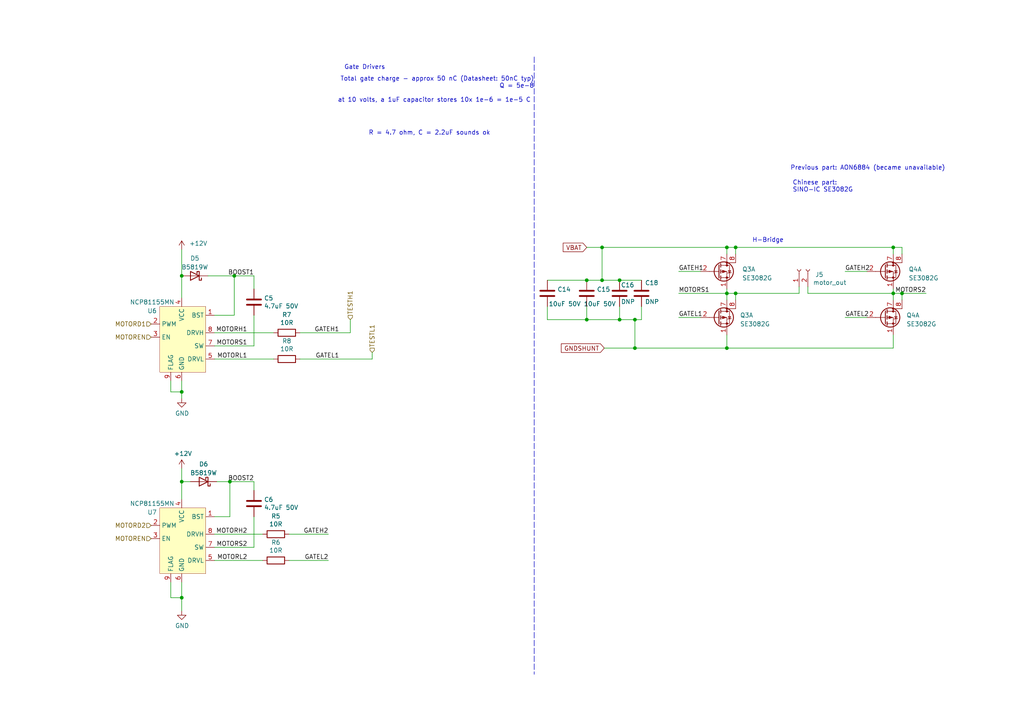
<source format=kicad_sch>
(kicad_sch (version 20210621) (generator eeschema)
  (paper "A4")
  (lib_symbols
    (symbol "Connector:Conn_01x02_Female" (pin_names (offset 1.016) hide)
      (property "Reference" "J" (at 0 2.54 0))
      (property "Value" "Conn_01x02_Female" (at 0 -5.08 0))
      (symbol "Conn_01x02_Female_1_1"
        (arc (start 0 -2.032) (end 0 -3.048) (radius (at 0 -2.54) (length 0.508) (angles 90.1 -90.1)) (stroke (width 0.1524)))
        (arc (start 0 0.508) (end 0 -0.508) (radius (at 0 0) (length 0.508) (angles 90.1 -90.1)) (stroke (width 0.1524)))
        (polyline (pts (xy -1.27 -2.54) (xy -0.508 -2.54)) (stroke (width 0.1524)))
        (polyline (pts (xy -1.27 0) (xy -0.508 0)) (stroke (width 0.1524)))
        (pin passive line (at -5.08 0 0) (length 3.81) (name "Pin_1") (number "1"))
        (pin passive line (at -5.08 -2.54 0) (length 3.81) (name "Pin_2") (number "2"))
      )
    )
    (symbol "Device:C" (pin_numbers hide) (pin_names (offset 0.254))
      (property "Reference" "C" (at 0.635 2.54 0))
      (property "Value" "C" (at 0.635 -2.54 0))
      (symbol "C_0_1"
        (polyline (pts (xy -2.032 -0.762) (xy 2.032 -0.762)) (stroke (width 0.508)))
        (polyline (pts (xy -2.032 0.762) (xy 2.032 0.762)) (stroke (width 0.508)))
      )
      (symbol "C_1_1"
        (pin passive line (at 0 3.81 270) (length 2.794) (name "~") (number "1"))
        (pin passive line (at 0 -3.81 90) (length 2.794) (name "~") (number "2"))
      )
    )
    (symbol "Device:D_Schottky" (pin_numbers hide) (pin_names (offset 1.016) hide)
      (property "Reference" "D" (at 0 2.54 0))
      (property "Value" "D_Schottky" (at 0 -2.54 0))
      (symbol "D_Schottky_0_1"
        (polyline (pts (xy 1.27 0) (xy -1.27 0)))
        (polyline (pts (xy 1.27 1.27) (xy 1.27 -1.27) (xy -1.27 0) (xy 1.27 1.27)) (stroke (width 0.254)))
        (polyline (pts (xy -1.905 0.635) (xy -1.905 1.27) (xy -1.27 1.27) (xy -1.27 -1.27) (xy -0.635 -1.27) (xy -0.635 -0.635)) (stroke (width 0.254)))
      )
      (symbol "D_Schottky_1_1"
        (pin passive line (at -3.81 0 0) (length 2.54) (name "K") (number "1"))
        (pin passive line (at 3.81 0 180) (length 2.54) (name "A") (number "2"))
      )
    )
    (symbol "Device:Q_Dual_PMOS_S1G1S2G2D2D2D1D1" (pin_names (offset 0) hide)
      (property "Reference" "Q" (at 6.35 1.27 0))
      (property "Value" "Q_Dual_PMOS_S1G1S2G2D2D2D1D1" (at 21.59 -1.27 0))
      (symbol "Q_Dual_PMOS_S1G1S2G2D2D2D1D1_0_1"
        (circle (center 1.651 0) (radius 2.794) (stroke (width 0.254)))
        (circle (center 2.54 -1.778) (radius 0.254) (fill (type outline)))
        (circle (center 2.54 1.778) (radius 0.254) (fill (type outline)))
        (circle (center 2.54 2.54) (radius 0.254) (fill (type outline)))
        (rectangle (start 5.08 2.54) (end 2.54 2.54))
        (polyline (pts (xy 0.254 0) (xy -2.54 0)))
        (polyline (pts (xy 0.254 1.905) (xy 0.254 -1.905)) (stroke (width 0.254)))
        (polyline (pts (xy 0.762 -1.27) (xy 0.762 -2.286)) (stroke (width 0.254)))
        (polyline (pts (xy 0.762 0.508) (xy 0.762 -0.508)) (stroke (width 0.254)))
        (polyline (pts (xy 0.762 2.286) (xy 0.762 1.27)) (stroke (width 0.254)))
        (polyline (pts (xy 2.54 2.54) (xy 2.54 1.778)))
        (polyline (pts (xy 2.54 -2.54) (xy 2.54 0) (xy 0.762 0)))
        (polyline (pts (xy 0.762 1.778) (xy 3.302 1.778) (xy 3.302 -1.778) (xy 0.762 -1.778)))
        (polyline (pts (xy 2.794 -0.508) (xy 2.921 -0.381) (xy 3.683 -0.381) (xy 3.81 -0.254)))
        (polyline (pts (xy 3.302 -0.381) (xy 2.921 0.254) (xy 3.683 0.254) (xy 3.302 -0.381)))
        (polyline (pts (xy 2.286 0) (xy 1.27 0.381) (xy 1.27 -0.381) (xy 2.286 0)) (fill (type outline)))
      )
      (symbol "Q_Dual_PMOS_S1G1S2G2D2D2D1D1_1_1"
        (pin passive line (at 2.54 -5.08 90) (length 2.54) (name "S") (number "1"))
        (pin input line (at -5.08 0 0) (length 2.54) (name "G") (number "2"))
        (pin passive line (at 2.54 5.08 270) (length 2.54) (name "D") (number "7"))
        (pin passive line (at 5.08 5.08 270) (length 2.54) (name "G") (number "8"))
      )
      (symbol "Q_Dual_PMOS_S1G1S2G2D2D2D1D1_2_1"
        (pin passive line (at 2.54 -5.08 90) (length 2.54) (name "S") (number "3"))
        (pin input line (at -5.08 0 0) (length 2.54) (name "G") (number "4"))
        (pin passive line (at 2.54 5.08 270) (length 2.54) (name "D") (number "5"))
        (pin passive line (at 5.08 5.08 270) (length 2.54) (name "G") (number "6"))
      )
    )
    (symbol "Device:R" (pin_numbers hide) (pin_names (offset 0))
      (property "Reference" "R" (at 2.032 0 90))
      (property "Value" "R" (at 0 0 90))
      (symbol "R_0_1"
        (rectangle (start -1.016 -2.54) (end 1.016 2.54) (stroke (width 0.254)))
      )
      (symbol "R_1_1"
        (pin passive line (at 0 3.81 270) (length 1.27) (name "~") (number "1"))
        (pin passive line (at 0 -3.81 90) (length 1.27) (name "~") (number "2"))
      )
    )
    (symbol "beetledouble:NCP81155MN"
      (property "Reference" "U" (at 0 0 0))
      (property "Value" "NCP81155MN" (at 0.635 -3.175 0))
      (symbol "NCP81155MN_0_1"
        (rectangle (start -6.35 11.43) (end 6.985 -7.62) (stroke (width 0.001)) (fill (type background)))
      )
      (symbol "NCP81155MN_1_1"
        (pin power_out line (at 9.525 8.89 180) (length 2.54) (name "BST") (number "1"))
        (pin input line (at -8.89 6.35 0) (length 2.54) (name "PWM") (number "2"))
        (pin input line (at -8.89 2.54 0) (length 2.54) (name "EN") (number "3"))
        (pin power_in line (at 0 13.97 270) (length 2.54) (name "VCC") (number "4"))
        (pin output line (at 9.525 -3.81 180) (length 2.54) (name "DRVL") (number "5"))
        (pin power_in line (at 0 -10.16 90) (length 2.54) (name "GND") (number "6"))
        (pin passive line (at 9.525 0 180) (length 2.54) (name "SW") (number "7"))
        (pin output line (at 9.525 3.81 180) (length 2.54) (name "DRVH") (number "8"))
        (pin power_in line (at -3.175 -10.16 90) (length 2.54) (name "FLAG") (number "9"))
      )
    )
    (symbol "power:+12V" (power) (pin_names (offset 0))
      (property "Value" "+12V" (at 0 3.556 0))
      (symbol "+12V_0_1"
        (polyline (pts (xy -0.762 1.27) (xy 0 2.54)))
        (polyline (pts (xy 0 0) (xy 0 2.54)))
        (polyline (pts (xy 0 2.54) (xy 0.762 1.27)))
      )
      (symbol "+12V_1_1"
        (pin power_in line (at 0 0 90) (length 0) hide (name "+12V") (number "1"))
      )
    )
    (symbol "power:GND" (power) (pin_names (offset 0))
      (property "Value" "GND" (at 0 -3.81 0))
      (symbol "GND_0_1"
        (polyline (pts (xy 0 0) (xy 0 -1.27) (xy 1.27 -1.27) (xy 0 -2.54) (xy -1.27 -1.27) (xy 0 -1.27)))
      )
      (symbol "GND_1_1"
        (pin power_in line (at 0 0 270) (length 0) hide (name "GND") (number "1"))
      )
    )
  )
  (junction (at 52.705 80.01) (diameter 0.9144))
  (junction (at 52.705 113.665) (diameter 0.9144))
  (junction (at 52.705 139.7) (diameter 0.9144))
  (junction (at 52.705 173.355) (diameter 0.9144))
  (junction (at 66.675 139.7) (diameter 0.9144))
  (junction (at 67.945 80.01) (diameter 0.9144))
  (junction (at 170.18 81.28) (diameter 0.9144))
  (junction (at 170.18 92.71) (diameter 0.9144))
  (junction (at 174.625 71.755) (diameter 0.9144))
  (junction (at 174.625 81.28) (diameter 0.9144))
  (junction (at 179.705 81.28) (diameter 0.9144))
  (junction (at 179.705 92.71) (diameter 0.9144))
  (junction (at 184.15 92.71) (diameter 0.9144))
  (junction (at 184.15 100.965) (diameter 0.9144))
  (junction (at 210.82 71.755) (diameter 0.9144))
  (junction (at 210.82 85.09) (diameter 0.9144))
  (junction (at 210.82 100.965) (diameter 0.9144))
  (junction (at 213.36 71.755) (diameter 0.9144))
  (junction (at 213.36 85.09) (diameter 0.9144))
  (junction (at 259.08 71.755) (diameter 0.9144))
  (junction (at 259.08 85.09) (diameter 0.9144))
  (junction (at 261.62 85.09) (diameter 0.9144))
  (wire (pts (xy 49.53 110.49) (xy 49.53 113.665)))
  (wire (pts (xy 49.53 113.665) (xy 52.705 113.665)))
  (wire (pts (xy 49.53 168.91) (xy 49.53 173.355)))
  (wire (pts (xy 49.53 173.355) (xy 52.705 173.355)))
  (wire (pts (xy 52.705 72.39) (xy 52.705 80.01)))
  (wire (pts (xy 52.705 80.01) (xy 52.705 86.36)))
  (wire (pts (xy 52.705 113.665) (xy 52.705 110.49)))
  (wire (pts (xy 52.705 115.57) (xy 52.705 113.665)))
  (wire (pts (xy 52.705 135.89) (xy 52.705 139.7)))
  (wire (pts (xy 52.705 139.7) (xy 52.705 144.78)))
  (wire (pts (xy 52.705 139.7) (xy 55.245 139.7)))
  (wire (pts (xy 52.705 168.91) (xy 52.705 173.355)))
  (wire (pts (xy 52.705 173.355) (xy 52.705 177.165)))
  (wire (pts (xy 60.325 80.01) (xy 67.945 80.01)))
  (wire (pts (xy 62.23 91.44) (xy 67.945 91.44)))
  (wire (pts (xy 62.23 96.52) (xy 79.375 96.52)))
  (wire (pts (xy 62.23 100.33) (xy 73.66 100.33)))
  (wire (pts (xy 62.23 104.14) (xy 79.375 104.14)))
  (wire (pts (xy 62.23 154.94) (xy 76.2 154.94)))
  (wire (pts (xy 62.23 158.75) (xy 73.66 158.75)))
  (wire (pts (xy 62.23 162.56) (xy 76.2 162.56)))
  (wire (pts (xy 62.865 139.7) (xy 66.675 139.7)))
  (wire (pts (xy 66.675 139.7) (xy 66.675 149.86)))
  (wire (pts (xy 66.675 139.7) (xy 73.66 139.7)))
  (wire (pts (xy 66.675 149.86) (xy 62.23 149.86)))
  (wire (pts (xy 67.945 80.01) (xy 73.66 80.01)))
  (wire (pts (xy 67.945 91.44) (xy 67.945 80.01)))
  (wire (pts (xy 73.66 80.01) (xy 73.66 83.82)))
  (wire (pts (xy 73.66 100.33) (xy 73.66 91.44)))
  (wire (pts (xy 73.66 139.7) (xy 73.66 142.24)))
  (wire (pts (xy 73.66 158.75) (xy 73.66 149.86)))
  (wire (pts (xy 83.82 154.94) (xy 95.25 154.94)))
  (wire (pts (xy 83.82 162.56) (xy 95.25 162.56)))
  (wire (pts (xy 86.995 96.52) (xy 101.6 96.52)))
  (wire (pts (xy 86.995 104.14) (xy 107.95 104.14)))
  (wire (pts (xy 101.6 92.71) (xy 101.6 96.52)))
  (wire (pts (xy 107.95 102.235) (xy 107.95 104.14)))
  (wire (pts (xy 158.75 81.28) (xy 170.18 81.28)))
  (wire (pts (xy 158.75 88.9) (xy 158.75 92.71)))
  (wire (pts (xy 158.75 92.71) (xy 170.18 92.71)))
  (wire (pts (xy 170.18 71.755) (xy 174.625 71.755)))
  (wire (pts (xy 170.18 81.28) (xy 174.625 81.28)))
  (wire (pts (xy 170.18 88.9) (xy 170.18 92.71)))
  (wire (pts (xy 170.18 92.71) (xy 179.705 92.71)))
  (wire (pts (xy 174.625 71.755) (xy 174.625 81.28)))
  (wire (pts (xy 174.625 71.755) (xy 210.82 71.755)))
  (wire (pts (xy 174.625 81.28) (xy 179.705 81.28)))
  (wire (pts (xy 175.26 100.965) (xy 184.15 100.965)))
  (wire (pts (xy 179.705 81.28) (xy 186.055 81.28)))
  (wire (pts (xy 179.705 88.9) (xy 179.705 92.71)))
  (wire (pts (xy 184.15 92.71) (xy 179.705 92.71)))
  (wire (pts (xy 184.15 92.71) (xy 184.15 100.965)))
  (wire (pts (xy 184.15 100.965) (xy 210.82 100.965)))
  (wire (pts (xy 186.055 88.9) (xy 186.055 92.71)))
  (wire (pts (xy 186.055 92.71) (xy 184.15 92.71)))
  (wire (pts (xy 196.85 78.74) (xy 203.2 78.74)))
  (wire (pts (xy 196.85 85.09) (xy 210.82 85.09)))
  (wire (pts (xy 196.85 92.075) (xy 203.2 92.075)))
  (wire (pts (xy 210.82 71.755) (xy 210.82 73.66)))
  (wire (pts (xy 210.82 71.755) (xy 213.36 71.755)))
  (wire (pts (xy 210.82 83.82) (xy 210.82 85.09)))
  (wire (pts (xy 210.82 85.09) (xy 210.82 86.995)))
  (wire (pts (xy 210.82 97.155) (xy 210.82 100.965)))
  (wire (pts (xy 210.82 100.965) (xy 259.08 100.965)))
  (wire (pts (xy 213.36 71.755) (xy 213.36 73.66)))
  (wire (pts (xy 213.36 71.755) (xy 259.08 71.755)))
  (wire (pts (xy 213.36 85.09) (xy 210.82 85.09)))
  (wire (pts (xy 213.36 85.09) (xy 231.775 85.09)))
  (wire (pts (xy 213.36 86.995) (xy 213.36 85.09)))
  (wire (pts (xy 231.775 83.185) (xy 231.775 85.09)))
  (wire (pts (xy 234.315 83.185) (xy 234.315 85.09)))
  (wire (pts (xy 234.315 85.09) (xy 259.08 85.09)))
  (wire (pts (xy 245.11 78.74) (xy 251.46 78.74)))
  (wire (pts (xy 245.11 92.075) (xy 251.46 92.075)))
  (wire (pts (xy 259.08 71.755) (xy 259.08 73.66)))
  (wire (pts (xy 259.08 71.755) (xy 261.62 71.755)))
  (wire (pts (xy 259.08 83.82) (xy 259.08 85.09)))
  (wire (pts (xy 259.08 85.09) (xy 259.08 86.995)))
  (wire (pts (xy 259.08 97.155) (xy 259.08 100.965)))
  (wire (pts (xy 261.62 71.755) (xy 261.62 73.66)))
  (wire (pts (xy 261.62 85.09) (xy 259.08 85.09)))
  (wire (pts (xy 261.62 85.09) (xy 268.605 85.09)))
  (wire (pts (xy 261.62 86.995) (xy 261.62 85.09)))
  (polyline (pts (xy 154.94 16.51) (xy 154.94 195.58)) (stroke (width 0) (type dash)))
  (text "Gate Drivers" (at 111.76 20.32 180) (effects (font (size 1.27 1.27)) (justify right bottom)))
  (text "R = 4.7 ohm, C = 2.2uF sounds ok" (at 142.24 39.37 180) (effects (font (size 1.27 1.27)) (justify right bottom)))
  (text "Total gate charge - approx 50 nC (Datasheet: 50nC typ)\nQ = 5e-8\n\nat 10 volts, a 1uF capacitor stores 10x 1e-6 = 1e-5 C \n" (at 154.94 29.845 0) (effects (font (size 1.27 1.27)) (justify right bottom)))
  (text "H-Bridge\n" (at 227.33 70.485 180) (effects (font (size 1.27 1.27)) (justify right bottom)))
  (text "Previous part: AON6884 (became unavailable)" (at 229.235 49.53 0) (effects (font (size 1.27 1.27)) (justify left bottom)))
  (text "Chinese part:\nSINO-IC SE3082G" (at 229.87 55.88 0) (effects (font (size 1.27 1.27)) (justify left bottom)))
  (label "MOTORH1" (at 71.755 96.52 180))
  (label "MOTORS1" (at 71.755 100.33 180))
  (label "MOTORL1" (at 71.755 104.14 180))
  (label "MOTORH2" (at 71.755 154.94 180))
  (label "MOTORS2" (at 71.755 158.75 180))
  (label "MOTORL2" (at 71.755 162.56 180))
  (label "BOOST1" (at 73.66 80.01 180))
  (label "BOOST2" (at 73.66 139.7 180))
  (label "GATEH2" (at 95.25 154.94 180))
  (label "GATEL2" (at 95.25 162.56 180))
  (label "GATEH1" (at 98.425 96.52 180))
  (label "GATEL1" (at 98.425 104.14 180))
  (label "GATEH1" (at 196.85 78.74 0))
  (label "MOTORS1" (at 196.85 85.09 0))
  (label "GATEL1" (at 196.85 92.075 0))
  (label "GATEH2" (at 245.11 78.74 0))
  (label "GATEL2" (at 245.11 92.075 0))
  (label "MOTORS2" (at 268.605 85.09 180))
  (global_label "VBAT" (shape input) (at 170.18 71.755 180) (property "Intersheet References" "${INTERSHEET_REFS}" (effects hide)))
  (global_label "GNDSHUNT" (shape input) (at 175.26 100.965 180) (property "Intersheet References" "${INTERSHEET_REFS}" (effects hide)))
  (hierarchical_label "MOTORD1" (shape input) (at 43.815 93.98 180))
  (hierarchical_label "MOTOREN" (shape input) (at 43.815 97.79 180))
  (hierarchical_label "MOTORD2" (shape input) (at 43.815 152.4 180))
  (hierarchical_label "MOTOREN" (shape input) (at 43.815 156.21 180))
  (hierarchical_label "TESTH1" (shape input) (at 101.6 92.71 90))
  (hierarchical_label "TESTL1" (shape input) (at 107.95 102.235 90))
  (symbol (lib_id "power:+12V") (at 52.705 72.39 0)
    (property "Reference" "#PWR012" (effects hide))
    (property "Value" "+12V" (at 57.5183 70.6056 0))
  )
  (symbol (lib_id "power:+12V") (at 52.705 135.89 0)
    (property "Reference" "#PWR010" (effects hide))
    (property "Value" "+12V" (at 53.0733 131.5656 0))
  )
  (symbol (lib_id "power:GND") (at 52.705 115.57 0)
    (property "Reference" "#PWR013" (effects hide))
    (property "Value" "GND" (at 52.8193 119.8944 0))
  )
  (symbol (lib_id "power:GND") (at 52.705 177.165 0)
    (property "Reference" "#PWR011" (effects hide))
    (property "Value" "GND" (at 52.8193 181.4894 0))
  )
  (symbol (lib_id "Device:R") (at 80.01 154.94 90)
    (property "Reference" "R5" (at 80.01 149.7138 90))
    (property "Value" "10R" (at 80.01 152.0125 90))
    (property "Footprint" "Resistor_SMD:R_0603_1608Metric" (effects hide))
    (property "LCSC" "C22859" (effects hide))
  )
  (symbol (lib_id "Device:R") (at 80.01 162.56 90)
    (property "Reference" "R6" (at 80.01 157.3338 90))
    (property "Value" "10R" (at 80.01 159.6325 90))
    (property "Footprint" "Resistor_SMD:R_0603_1608Metric" (effects hide))
    (property "LCSC" "C22859" (effects hide))
  )
  (symbol (lib_id "Device:R") (at 83.185 96.52 90)
    (property "Reference" "R7" (at 83.185 91.2938 90))
    (property "Value" "10R" (at 83.185 93.5925 90))
    (property "Footprint" "Resistor_SMD:R_0603_1608Metric" (effects hide))
    (property "LCSC" "C22859" (effects hide))
  )
  (symbol (lib_id "Device:R") (at 83.185 104.14 90)
    (property "Reference" "R8" (at 83.185 98.9138 90))
    (property "Value" "10R" (at 83.185 101.2125 90))
    (property "Footprint" "Resistor_SMD:R_0603_1608Metric" (effects hide))
    (property "LCSC" "C22859" (effects hide))
  )
  (symbol (lib_id "Connector:Conn_01x02_Female") (at 231.775 78.105 90)
    (property "Reference" "J5" (at 236.4487 79.648 90) (effects (justify right)))
    (property "Value" "motor_out" (at 235.814 81.947 90) (effects (justify right)))
    (property "Footprint" "beetledouble:beetlemotor" (effects hide))
  )
  (symbol (lib_id "Device:D_Schottky") (at 56.515 80.01 180)
    (property "Reference" "D5" (at 56.515 74.93 0))
    (property "Value" "B5819W" (at 56.515 77.47 0))
    (property "Footprint" "Diode_SMD:D_SOD-123" (effects hide))
    (property "LCSC" "C8598" (effects hide))
  )
  (symbol (lib_id "Device:D_Schottky") (at 59.055 139.7 180)
    (property "Reference" "D6" (at 59.055 134.62 0))
    (property "Value" "B5819W" (at 59.055 137.16 0))
    (property "Footprint" "Diode_SMD:D_SOD-123" (effects hide))
    (property "LCSC" "C8598" (effects hide))
  )
  (symbol (lib_id "Device:C") (at 73.66 87.63 0)
    (property "Reference" "C5" (at 76.5811 86.4806 0) (effects (justify left)))
    (property "Value" "4.7uF 50V" (at 76.5811 88.7793 0) (effects (justify left)))
    (property "Footprint" "Capacitor_SMD:C_1206_3216Metric_Pad1.33x1.80mm_HandSolder" (effects hide))
    (property "LCSC" "C29823" (effects hide))
  )
  (symbol (lib_id "Device:C") (at 73.66 146.05 0)
    (property "Reference" "C6" (at 76.581 144.901 0) (effects (justify left)))
    (property "Value" "4.7uF 50V" (at 76.5811 147.1993 0) (effects (justify left)))
    (property "Footprint" "Capacitor_SMD:C_1206_3216Metric_Pad1.33x1.80mm_HandSolder" (effects hide))
    (property "LCSC" "C29823" (effects hide))
  )
  (symbol (lib_id "Device:C") (at 158.75 85.09 0)
    (property "Reference" "C14" (at 161.6711 83.9406 0) (effects (justify left)))
    (property "Value" "10uF 50V" (at 159.1311 88.1443 0) (effects (justify left)))
    (property "Footprint" "Capacitor_SMD:C_1206_3216Metric" (effects hide))
    (property "LCSC" "C13585" (effects hide))
  )
  (symbol (lib_id "Device:C") (at 170.18 85.09 0)
    (property "Reference" "C15" (at 173.1011 83.9406 0) (effects (justify left)))
    (property "Value" "10uF 50V" (at 169.2911 88.1443 0) (effects (justify left)))
    (property "Footprint" "Capacitor_SMD:C_1206_3216Metric" (effects hide))
    (property "LCSC" "C13585" (effects hide))
  )
  (symbol (lib_id "Device:C") (at 179.705 85.09 0)
    (property "Reference" "C16" (at 180.0861 82.6706 0) (effects (justify left)))
    (property "Value" "DNP" (at 180.0861 87.5093 0) (effects (justify left)))
    (property "Footprint" "Capacitor_SMD:C_1206_3216Metric" (effects hide))
  )
  (symbol (lib_id "Device:C") (at 186.055 85.09 0)
    (property "Reference" "C18" (at 187.0711 82.0356 0) (effects (justify left)))
    (property "Value" "DNP" (at 187.0711 87.5093 0) (effects (justify left)))
    (property "Footprint" "Capacitor_SMD:C_1206_3216Metric" (effects hide))
  )
  (symbol (lib_id "Device:Q_Dual_PMOS_S1G1S2G2D2D2D1D1") (at 208.28 78.74 0)
    (property "Reference" "Q3" (at 215.265 78.1049 0) (effects (justify left)))
    (property "Value" "SE3082G" (at 215.265 80.6449 0) (effects (justify left)))
    (property "Footprint" "beetledouble:Infineon-PG-TDSON" (effects hide))
    (property "LCSC" "C238670" (effects hide))
  )
  (symbol (lib_id "Device:Q_Dual_PMOS_S1G1S2G2D2D2D1D1") (at 208.28 92.075 0)
    (property "Reference" "Q3" (at 214.63 91.4399 0) (effects (justify left)))
    (property "Value" "SE3082G" (at 214.63 93.9799 0) (effects (justify left)))
    (property "Footprint" "beetledouble:Infineon-PG-TDSON" (effects hide))
    (property "LCSC" "C238670" (effects hide))
  )
  (symbol (lib_id "Device:Q_Dual_PMOS_S1G1S2G2D2D2D1D1") (at 256.54 78.74 0)
    (property "Reference" "Q4" (at 263.525 78.1049 0) (effects (justify left)))
    (property "Value" "SE3082G" (at 263.525 80.6449 0) (effects (justify left)))
    (property "Footprint" "beetledouble:Infineon-PG-TDSON" (effects hide))
    (property "LCSC" "C238670" (effects hide))
  )
  (symbol (lib_id "Device:Q_Dual_PMOS_S1G1S2G2D2D2D1D1") (at 256.54 92.075 0)
    (property "Reference" "Q4" (at 262.89 91.4399 0) (effects (justify left)))
    (property "Value" "SE3082G" (at 262.89 93.9799 0) (effects (justify left)))
    (property "Footprint" "beetledouble:Infineon-PG-TDSON" (effects hide))
    (property "LCSC" "C238670" (effects hide))
  )
  (symbol (lib_id "beetledouble:NCP81155MN") (at 52.705 100.33 0)
    (property "Reference" "U6" (at 44.1325 90.17 0))
    (property "Value" "NCP81155MN" (at 44.1325 87.63 0))
    (property "Footprint" "beetledouble:DFN-8-3x3mm_hand1" (effects hide))
    (property "LCSC" "C173765" (effects hide))
  )
  (symbol (lib_id "beetledouble:NCP81155MN") (at 52.705 158.75 0)
    (property "Reference" "U7" (at 44.1325 148.59 0))
    (property "Value" "NCP81155MN" (at 44.1325 146.05 0))
    (property "Footprint" "beetledouble:DFN-8-3x3mm_hand1" (effects hide))
    (property "LCSC" "C173765" (effects hide))
  )
)
</source>
